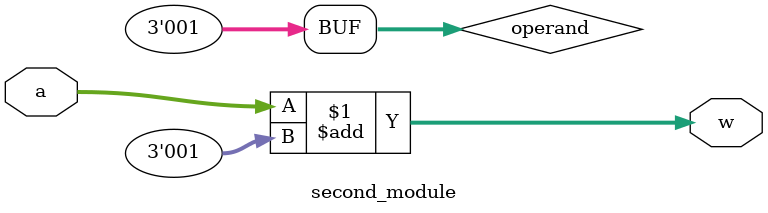
<source format=v>
module top_module (
	input   [2:0] a,
	output  [2:0] w
);

	first_module uut1 (a, w);
	
endmodule

module first_module (
	input   [2:0] a,
	output  [2:0] w
);

	second_module uut2 (a, w);
	
endmodule

module second_module (
	input   [2:0] a,
	output  [2:0] w
);

	reg [2:0] operand = 1;

	assign w = a + operand;
	
endmodule


</source>
